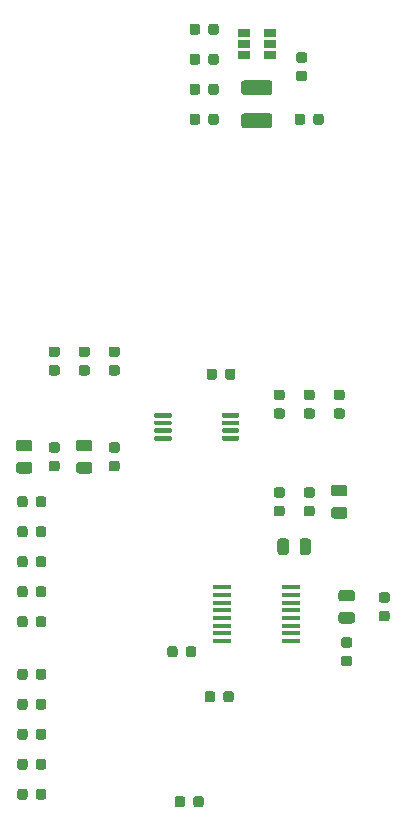
<source format=gtp>
G04 #@! TF.GenerationSoftware,KiCad,Pcbnew,(5.1.6)-1*
G04 #@! TF.CreationDate,2022-11-16T12:34:37-06:00*
G04 #@! TF.ProjectId,adc2o2,61646332-6f32-42e6-9b69-6361645f7063,rev?*
G04 #@! TF.SameCoordinates,Original*
G04 #@! TF.FileFunction,Paste,Top*
G04 #@! TF.FilePolarity,Positive*
%FSLAX46Y46*%
G04 Gerber Fmt 4.6, Leading zero omitted, Abs format (unit mm)*
G04 Created by KiCad (PCBNEW (5.1.6)-1) date 2022-11-16 12:34:37*
%MOMM*%
%LPD*%
G01*
G04 APERTURE LIST*
%ADD10R,1.500000X0.450000*%
%ADD11R,1.060000X0.650000*%
G04 APERTURE END LIST*
G36*
G01*
X103700000Y-123330000D02*
X105850000Y-123330000D01*
G75*
G02*
X106100000Y-123580000I0J-250000D01*
G01*
X106100000Y-124330000D01*
G75*
G02*
X105850000Y-124580000I-250000J0D01*
G01*
X103700000Y-124580000D01*
G75*
G02*
X103450000Y-124330000I0J250000D01*
G01*
X103450000Y-123580000D01*
G75*
G02*
X103700000Y-123330000I250000J0D01*
G01*
G37*
G36*
G01*
X103700000Y-120530000D02*
X105850000Y-120530000D01*
G75*
G02*
X106100000Y-120780000I0J-250000D01*
G01*
X106100000Y-121530000D01*
G75*
G02*
X105850000Y-121780000I-250000J0D01*
G01*
X103700000Y-121780000D01*
G75*
G02*
X103450000Y-121530000I0J250000D01*
G01*
X103450000Y-120780000D01*
G75*
G02*
X103700000Y-120530000I250000J0D01*
G01*
G37*
G36*
G01*
X106423750Y-148305000D02*
X106936250Y-148305000D01*
G75*
G02*
X107155000Y-148523750I0J-218750D01*
G01*
X107155000Y-148961250D01*
G75*
G02*
X106936250Y-149180000I-218750J0D01*
G01*
X106423750Y-149180000D01*
G75*
G02*
X106205000Y-148961250I0J218750D01*
G01*
X106205000Y-148523750D01*
G75*
G02*
X106423750Y-148305000I218750J0D01*
G01*
G37*
G36*
G01*
X106423750Y-146730000D02*
X106936250Y-146730000D01*
G75*
G02*
X107155000Y-146948750I0J-218750D01*
G01*
X107155000Y-147386250D01*
G75*
G02*
X106936250Y-147605000I-218750J0D01*
G01*
X106423750Y-147605000D01*
G75*
G02*
X106205000Y-147386250I0J218750D01*
G01*
X106205000Y-146948750D01*
G75*
G02*
X106423750Y-146730000I218750J0D01*
G01*
G37*
G36*
G01*
X101820000Y-148985000D02*
X101820000Y-148785000D01*
G75*
G02*
X101920000Y-148685000I100000J0D01*
G01*
X103195000Y-148685000D01*
G75*
G02*
X103295000Y-148785000I0J-100000D01*
G01*
X103295000Y-148985000D01*
G75*
G02*
X103195000Y-149085000I-100000J0D01*
G01*
X101920000Y-149085000D01*
G75*
G02*
X101820000Y-148985000I0J100000D01*
G01*
G37*
G36*
G01*
X101820000Y-149635000D02*
X101820000Y-149435000D01*
G75*
G02*
X101920000Y-149335000I100000J0D01*
G01*
X103195000Y-149335000D01*
G75*
G02*
X103295000Y-149435000I0J-100000D01*
G01*
X103295000Y-149635000D01*
G75*
G02*
X103195000Y-149735000I-100000J0D01*
G01*
X101920000Y-149735000D01*
G75*
G02*
X101820000Y-149635000I0J100000D01*
G01*
G37*
G36*
G01*
X101820000Y-150285000D02*
X101820000Y-150085000D01*
G75*
G02*
X101920000Y-149985000I100000J0D01*
G01*
X103195000Y-149985000D01*
G75*
G02*
X103295000Y-150085000I0J-100000D01*
G01*
X103295000Y-150285000D01*
G75*
G02*
X103195000Y-150385000I-100000J0D01*
G01*
X101920000Y-150385000D01*
G75*
G02*
X101820000Y-150285000I0J100000D01*
G01*
G37*
G36*
G01*
X101820000Y-150935000D02*
X101820000Y-150735000D01*
G75*
G02*
X101920000Y-150635000I100000J0D01*
G01*
X103195000Y-150635000D01*
G75*
G02*
X103295000Y-150735000I0J-100000D01*
G01*
X103295000Y-150935000D01*
G75*
G02*
X103195000Y-151035000I-100000J0D01*
G01*
X101920000Y-151035000D01*
G75*
G02*
X101820000Y-150935000I0J100000D01*
G01*
G37*
G36*
G01*
X96095000Y-150935000D02*
X96095000Y-150735000D01*
G75*
G02*
X96195000Y-150635000I100000J0D01*
G01*
X97470000Y-150635000D01*
G75*
G02*
X97570000Y-150735000I0J-100000D01*
G01*
X97570000Y-150935000D01*
G75*
G02*
X97470000Y-151035000I-100000J0D01*
G01*
X96195000Y-151035000D01*
G75*
G02*
X96095000Y-150935000I0J100000D01*
G01*
G37*
G36*
G01*
X96095000Y-150285000D02*
X96095000Y-150085000D01*
G75*
G02*
X96195000Y-149985000I100000J0D01*
G01*
X97470000Y-149985000D01*
G75*
G02*
X97570000Y-150085000I0J-100000D01*
G01*
X97570000Y-150285000D01*
G75*
G02*
X97470000Y-150385000I-100000J0D01*
G01*
X96195000Y-150385000D01*
G75*
G02*
X96095000Y-150285000I0J100000D01*
G01*
G37*
G36*
G01*
X96095000Y-149635000D02*
X96095000Y-149435000D01*
G75*
G02*
X96195000Y-149335000I100000J0D01*
G01*
X97470000Y-149335000D01*
G75*
G02*
X97570000Y-149435000I0J-100000D01*
G01*
X97570000Y-149635000D01*
G75*
G02*
X97470000Y-149735000I-100000J0D01*
G01*
X96195000Y-149735000D01*
G75*
G02*
X96095000Y-149635000I0J100000D01*
G01*
G37*
G36*
G01*
X96095000Y-148985000D02*
X96095000Y-148785000D01*
G75*
G02*
X96195000Y-148685000I100000J0D01*
G01*
X97470000Y-148685000D01*
G75*
G02*
X97570000Y-148785000I0J-100000D01*
G01*
X97570000Y-148985000D01*
G75*
G02*
X97470000Y-149085000I-100000J0D01*
G01*
X96195000Y-149085000D01*
G75*
G02*
X96095000Y-148985000I0J100000D01*
G01*
G37*
D10*
X107675000Y-163460000D03*
X101875000Y-163460000D03*
X107675000Y-164110000D03*
X101875000Y-164110000D03*
X107675000Y-164760000D03*
X101875000Y-164760000D03*
X107675000Y-165410000D03*
X101875000Y-165410000D03*
X107675000Y-166060000D03*
X101875000Y-166060000D03*
X107675000Y-166710000D03*
X101875000Y-166710000D03*
X107675000Y-167360000D03*
X101875000Y-167360000D03*
X107675000Y-168010000D03*
X101875000Y-168010000D03*
D11*
X103675000Y-117475000D03*
X103675000Y-118425000D03*
X103675000Y-116525000D03*
X105875000Y-116525000D03*
X105875000Y-117475000D03*
X105875000Y-118425000D03*
G36*
G01*
X111503750Y-148305000D02*
X112016250Y-148305000D01*
G75*
G02*
X112235000Y-148523750I0J-218750D01*
G01*
X112235000Y-148961250D01*
G75*
G02*
X112016250Y-149180000I-218750J0D01*
G01*
X111503750Y-149180000D01*
G75*
G02*
X111285000Y-148961250I0J218750D01*
G01*
X111285000Y-148523750D01*
G75*
G02*
X111503750Y-148305000I218750J0D01*
G01*
G37*
G36*
G01*
X111503750Y-146730000D02*
X112016250Y-146730000D01*
G75*
G02*
X112235000Y-146948750I0J-218750D01*
G01*
X112235000Y-147386250D01*
G75*
G02*
X112016250Y-147605000I-218750J0D01*
G01*
X111503750Y-147605000D01*
G75*
G02*
X111285000Y-147386250I0J218750D01*
G01*
X111285000Y-146948750D01*
G75*
G02*
X111503750Y-146730000I218750J0D01*
G01*
G37*
G36*
G01*
X108963750Y-156560000D02*
X109476250Y-156560000D01*
G75*
G02*
X109695000Y-156778750I0J-218750D01*
G01*
X109695000Y-157216250D01*
G75*
G02*
X109476250Y-157435000I-218750J0D01*
G01*
X108963750Y-157435000D01*
G75*
G02*
X108745000Y-157216250I0J218750D01*
G01*
X108745000Y-156778750D01*
G75*
G02*
X108963750Y-156560000I218750J0D01*
G01*
G37*
G36*
G01*
X108963750Y-154985000D02*
X109476250Y-154985000D01*
G75*
G02*
X109695000Y-155203750I0J-218750D01*
G01*
X109695000Y-155641250D01*
G75*
G02*
X109476250Y-155860000I-218750J0D01*
G01*
X108963750Y-155860000D01*
G75*
G02*
X108745000Y-155641250I0J218750D01*
G01*
X108745000Y-155203750D01*
G75*
G02*
X108963750Y-154985000I218750J0D01*
G01*
G37*
G36*
G01*
X106936250Y-155860000D02*
X106423750Y-155860000D01*
G75*
G02*
X106205000Y-155641250I0J218750D01*
G01*
X106205000Y-155203750D01*
G75*
G02*
X106423750Y-154985000I218750J0D01*
G01*
X106936250Y-154985000D01*
G75*
G02*
X107155000Y-155203750I0J-218750D01*
G01*
X107155000Y-155641250D01*
G75*
G02*
X106936250Y-155860000I-218750J0D01*
G01*
G37*
G36*
G01*
X106936250Y-157435000D02*
X106423750Y-157435000D01*
G75*
G02*
X106205000Y-157216250I0J218750D01*
G01*
X106205000Y-156778750D01*
G75*
G02*
X106423750Y-156560000I218750J0D01*
G01*
X106936250Y-156560000D01*
G75*
G02*
X107155000Y-156778750I0J-218750D01*
G01*
X107155000Y-157216250D01*
G75*
G02*
X106936250Y-157435000I-218750J0D01*
G01*
G37*
G36*
G01*
X92453750Y-144647500D02*
X92966250Y-144647500D01*
G75*
G02*
X93185000Y-144866250I0J-218750D01*
G01*
X93185000Y-145303750D01*
G75*
G02*
X92966250Y-145522500I-218750J0D01*
G01*
X92453750Y-145522500D01*
G75*
G02*
X92235000Y-145303750I0J218750D01*
G01*
X92235000Y-144866250D01*
G75*
G02*
X92453750Y-144647500I218750J0D01*
G01*
G37*
G36*
G01*
X92453750Y-143072500D02*
X92966250Y-143072500D01*
G75*
G02*
X93185000Y-143291250I0J-218750D01*
G01*
X93185000Y-143728750D01*
G75*
G02*
X92966250Y-143947500I-218750J0D01*
G01*
X92453750Y-143947500D01*
G75*
G02*
X92235000Y-143728750I0J218750D01*
G01*
X92235000Y-143291250D01*
G75*
G02*
X92453750Y-143072500I218750J0D01*
G01*
G37*
G36*
G01*
X87373750Y-144647500D02*
X87886250Y-144647500D01*
G75*
G02*
X88105000Y-144866250I0J-218750D01*
G01*
X88105000Y-145303750D01*
G75*
G02*
X87886250Y-145522500I-218750J0D01*
G01*
X87373750Y-145522500D01*
G75*
G02*
X87155000Y-145303750I0J218750D01*
G01*
X87155000Y-144866250D01*
G75*
G02*
X87373750Y-144647500I218750J0D01*
G01*
G37*
G36*
G01*
X87373750Y-143072500D02*
X87886250Y-143072500D01*
G75*
G02*
X88105000Y-143291250I0J-218750D01*
G01*
X88105000Y-143728750D01*
G75*
G02*
X87886250Y-143947500I-218750J0D01*
G01*
X87373750Y-143947500D01*
G75*
G02*
X87155000Y-143728750I0J218750D01*
G01*
X87155000Y-143291250D01*
G75*
G02*
X87373750Y-143072500I218750J0D01*
G01*
G37*
G36*
G01*
X87373750Y-152750000D02*
X87886250Y-152750000D01*
G75*
G02*
X88105000Y-152968750I0J-218750D01*
G01*
X88105000Y-153406250D01*
G75*
G02*
X87886250Y-153625000I-218750J0D01*
G01*
X87373750Y-153625000D01*
G75*
G02*
X87155000Y-153406250I0J218750D01*
G01*
X87155000Y-152968750D01*
G75*
G02*
X87373750Y-152750000I218750J0D01*
G01*
G37*
G36*
G01*
X87373750Y-151175000D02*
X87886250Y-151175000D01*
G75*
G02*
X88105000Y-151393750I0J-218750D01*
G01*
X88105000Y-151831250D01*
G75*
G02*
X87886250Y-152050000I-218750J0D01*
G01*
X87373750Y-152050000D01*
G75*
G02*
X87155000Y-151831250I0J218750D01*
G01*
X87155000Y-151393750D01*
G75*
G02*
X87373750Y-151175000I218750J0D01*
G01*
G37*
G36*
G01*
X92453750Y-152750000D02*
X92966250Y-152750000D01*
G75*
G02*
X93185000Y-152968750I0J-218750D01*
G01*
X93185000Y-153406250D01*
G75*
G02*
X92966250Y-153625000I-218750J0D01*
G01*
X92453750Y-153625000D01*
G75*
G02*
X92235000Y-153406250I0J218750D01*
G01*
X92235000Y-152968750D01*
G75*
G02*
X92453750Y-152750000I218750J0D01*
G01*
G37*
G36*
G01*
X92453750Y-151175000D02*
X92966250Y-151175000D01*
G75*
G02*
X93185000Y-151393750I0J-218750D01*
G01*
X93185000Y-151831250D01*
G75*
G02*
X92966250Y-152050000I-218750J0D01*
G01*
X92453750Y-152050000D01*
G75*
G02*
X92235000Y-151831250I0J218750D01*
G01*
X92235000Y-151393750D01*
G75*
G02*
X92453750Y-151175000I218750J0D01*
G01*
G37*
G36*
G01*
X86075000Y-161546250D02*
X86075000Y-161033750D01*
G75*
G02*
X86293750Y-160815000I218750J0D01*
G01*
X86731250Y-160815000D01*
G75*
G02*
X86950000Y-161033750I0J-218750D01*
G01*
X86950000Y-161546250D01*
G75*
G02*
X86731250Y-161765000I-218750J0D01*
G01*
X86293750Y-161765000D01*
G75*
G02*
X86075000Y-161546250I0J218750D01*
G01*
G37*
G36*
G01*
X84500000Y-161546250D02*
X84500000Y-161033750D01*
G75*
G02*
X84718750Y-160815000I218750J0D01*
G01*
X85156250Y-160815000D01*
G75*
G02*
X85375000Y-161033750I0J-218750D01*
G01*
X85375000Y-161546250D01*
G75*
G02*
X85156250Y-161765000I-218750J0D01*
G01*
X84718750Y-161765000D01*
G75*
G02*
X84500000Y-161546250I0J218750D01*
G01*
G37*
G36*
G01*
X86075000Y-164086250D02*
X86075000Y-163573750D01*
G75*
G02*
X86293750Y-163355000I218750J0D01*
G01*
X86731250Y-163355000D01*
G75*
G02*
X86950000Y-163573750I0J-218750D01*
G01*
X86950000Y-164086250D01*
G75*
G02*
X86731250Y-164305000I-218750J0D01*
G01*
X86293750Y-164305000D01*
G75*
G02*
X86075000Y-164086250I0J218750D01*
G01*
G37*
G36*
G01*
X84500000Y-164086250D02*
X84500000Y-163573750D01*
G75*
G02*
X84718750Y-163355000I218750J0D01*
G01*
X85156250Y-163355000D01*
G75*
G02*
X85375000Y-163573750I0J-218750D01*
G01*
X85375000Y-164086250D01*
G75*
G02*
X85156250Y-164305000I-218750J0D01*
G01*
X84718750Y-164305000D01*
G75*
G02*
X84500000Y-164086250I0J218750D01*
G01*
G37*
G36*
G01*
X112138750Y-169260000D02*
X112651250Y-169260000D01*
G75*
G02*
X112870000Y-169478750I0J-218750D01*
G01*
X112870000Y-169916250D01*
G75*
G02*
X112651250Y-170135000I-218750J0D01*
G01*
X112138750Y-170135000D01*
G75*
G02*
X111920000Y-169916250I0J218750D01*
G01*
X111920000Y-169478750D01*
G75*
G02*
X112138750Y-169260000I218750J0D01*
G01*
G37*
G36*
G01*
X112138750Y-167685000D02*
X112651250Y-167685000D01*
G75*
G02*
X112870000Y-167903750I0J-218750D01*
G01*
X112870000Y-168341250D01*
G75*
G02*
X112651250Y-168560000I-218750J0D01*
G01*
X112138750Y-168560000D01*
G75*
G02*
X111920000Y-168341250I0J218750D01*
G01*
X111920000Y-167903750D01*
G75*
G02*
X112138750Y-167685000I218750J0D01*
G01*
G37*
G36*
G01*
X98775000Y-169166250D02*
X98775000Y-168653750D01*
G75*
G02*
X98993750Y-168435000I218750J0D01*
G01*
X99431250Y-168435000D01*
G75*
G02*
X99650000Y-168653750I0J-218750D01*
G01*
X99650000Y-169166250D01*
G75*
G02*
X99431250Y-169385000I-218750J0D01*
G01*
X98993750Y-169385000D01*
G75*
G02*
X98775000Y-169166250I0J218750D01*
G01*
G37*
G36*
G01*
X97200000Y-169166250D02*
X97200000Y-168653750D01*
G75*
G02*
X97418750Y-168435000I218750J0D01*
G01*
X97856250Y-168435000D01*
G75*
G02*
X98075000Y-168653750I0J-218750D01*
G01*
X98075000Y-169166250D01*
G75*
G02*
X97856250Y-169385000I-218750J0D01*
G01*
X97418750Y-169385000D01*
G75*
G02*
X97200000Y-169166250I0J218750D01*
G01*
G37*
G36*
G01*
X101950000Y-172976250D02*
X101950000Y-172463750D01*
G75*
G02*
X102168750Y-172245000I218750J0D01*
G01*
X102606250Y-172245000D01*
G75*
G02*
X102825000Y-172463750I0J-218750D01*
G01*
X102825000Y-172976250D01*
G75*
G02*
X102606250Y-173195000I-218750J0D01*
G01*
X102168750Y-173195000D01*
G75*
G02*
X101950000Y-172976250I0J218750D01*
G01*
G37*
G36*
G01*
X100375000Y-172976250D02*
X100375000Y-172463750D01*
G75*
G02*
X100593750Y-172245000I218750J0D01*
G01*
X101031250Y-172245000D01*
G75*
G02*
X101250000Y-172463750I0J-218750D01*
G01*
X101250000Y-172976250D01*
G75*
G02*
X101031250Y-173195000I-218750J0D01*
G01*
X100593750Y-173195000D01*
G75*
G02*
X100375000Y-172976250I0J218750D01*
G01*
G37*
G36*
G01*
X86075000Y-176151250D02*
X86075000Y-175638750D01*
G75*
G02*
X86293750Y-175420000I218750J0D01*
G01*
X86731250Y-175420000D01*
G75*
G02*
X86950000Y-175638750I0J-218750D01*
G01*
X86950000Y-176151250D01*
G75*
G02*
X86731250Y-176370000I-218750J0D01*
G01*
X86293750Y-176370000D01*
G75*
G02*
X86075000Y-176151250I0J218750D01*
G01*
G37*
G36*
G01*
X84500000Y-176151250D02*
X84500000Y-175638750D01*
G75*
G02*
X84718750Y-175420000I218750J0D01*
G01*
X85156250Y-175420000D01*
G75*
G02*
X85375000Y-175638750I0J-218750D01*
G01*
X85375000Y-176151250D01*
G75*
G02*
X85156250Y-176370000I-218750J0D01*
G01*
X84718750Y-176370000D01*
G75*
G02*
X84500000Y-176151250I0J218750D01*
G01*
G37*
G36*
G01*
X86075000Y-178691250D02*
X86075000Y-178178750D01*
G75*
G02*
X86293750Y-177960000I218750J0D01*
G01*
X86731250Y-177960000D01*
G75*
G02*
X86950000Y-178178750I0J-218750D01*
G01*
X86950000Y-178691250D01*
G75*
G02*
X86731250Y-178910000I-218750J0D01*
G01*
X86293750Y-178910000D01*
G75*
G02*
X86075000Y-178691250I0J218750D01*
G01*
G37*
G36*
G01*
X84500000Y-178691250D02*
X84500000Y-178178750D01*
G75*
G02*
X84718750Y-177960000I218750J0D01*
G01*
X85156250Y-177960000D01*
G75*
G02*
X85375000Y-178178750I0J-218750D01*
G01*
X85375000Y-178691250D01*
G75*
G02*
X85156250Y-178910000I-218750J0D01*
G01*
X84718750Y-178910000D01*
G75*
G02*
X84500000Y-178691250I0J218750D01*
G01*
G37*
G36*
G01*
X100680000Y-116461250D02*
X100680000Y-115948750D01*
G75*
G02*
X100898750Y-115730000I218750J0D01*
G01*
X101336250Y-115730000D01*
G75*
G02*
X101555000Y-115948750I0J-218750D01*
G01*
X101555000Y-116461250D01*
G75*
G02*
X101336250Y-116680000I-218750J0D01*
G01*
X100898750Y-116680000D01*
G75*
G02*
X100680000Y-116461250I0J218750D01*
G01*
G37*
G36*
G01*
X99105000Y-116461250D02*
X99105000Y-115948750D01*
G75*
G02*
X99323750Y-115730000I218750J0D01*
G01*
X99761250Y-115730000D01*
G75*
G02*
X99980000Y-115948750I0J-218750D01*
G01*
X99980000Y-116461250D01*
G75*
G02*
X99761250Y-116680000I-218750J0D01*
G01*
X99323750Y-116680000D01*
G75*
G02*
X99105000Y-116461250I0J218750D01*
G01*
G37*
G36*
G01*
X109476250Y-147605000D02*
X108963750Y-147605000D01*
G75*
G02*
X108745000Y-147386250I0J218750D01*
G01*
X108745000Y-146948750D01*
G75*
G02*
X108963750Y-146730000I218750J0D01*
G01*
X109476250Y-146730000D01*
G75*
G02*
X109695000Y-146948750I0J-218750D01*
G01*
X109695000Y-147386250D01*
G75*
G02*
X109476250Y-147605000I-218750J0D01*
G01*
G37*
G36*
G01*
X109476250Y-149180000D02*
X108963750Y-149180000D01*
G75*
G02*
X108745000Y-148961250I0J218750D01*
G01*
X108745000Y-148523750D01*
G75*
G02*
X108963750Y-148305000I218750J0D01*
G01*
X109476250Y-148305000D01*
G75*
G02*
X109695000Y-148523750I0J-218750D01*
G01*
X109695000Y-148961250D01*
G75*
G02*
X109476250Y-149180000I-218750J0D01*
G01*
G37*
G36*
G01*
X89913750Y-144647500D02*
X90426250Y-144647500D01*
G75*
G02*
X90645000Y-144866250I0J-218750D01*
G01*
X90645000Y-145303750D01*
G75*
G02*
X90426250Y-145522500I-218750J0D01*
G01*
X89913750Y-145522500D01*
G75*
G02*
X89695000Y-145303750I0J218750D01*
G01*
X89695000Y-144866250D01*
G75*
G02*
X89913750Y-144647500I218750J0D01*
G01*
G37*
G36*
G01*
X89913750Y-143072500D02*
X90426250Y-143072500D01*
G75*
G02*
X90645000Y-143291250I0J-218750D01*
G01*
X90645000Y-143728750D01*
G75*
G02*
X90426250Y-143947500I-218750J0D01*
G01*
X89913750Y-143947500D01*
G75*
G02*
X89695000Y-143728750I0J218750D01*
G01*
X89695000Y-143291250D01*
G75*
G02*
X89913750Y-143072500I218750J0D01*
G01*
G37*
G36*
G01*
X85375000Y-155953750D02*
X85375000Y-156466250D01*
G75*
G02*
X85156250Y-156685000I-218750J0D01*
G01*
X84718750Y-156685000D01*
G75*
G02*
X84500000Y-156466250I0J218750D01*
G01*
X84500000Y-155953750D01*
G75*
G02*
X84718750Y-155735000I218750J0D01*
G01*
X85156250Y-155735000D01*
G75*
G02*
X85375000Y-155953750I0J-218750D01*
G01*
G37*
G36*
G01*
X86950000Y-155953750D02*
X86950000Y-156466250D01*
G75*
G02*
X86731250Y-156685000I-218750J0D01*
G01*
X86293750Y-156685000D01*
G75*
G02*
X86075000Y-156466250I0J218750D01*
G01*
X86075000Y-155953750D01*
G75*
G02*
X86293750Y-155735000I218750J0D01*
G01*
X86731250Y-155735000D01*
G75*
G02*
X86950000Y-155953750I0J-218750D01*
G01*
G37*
G36*
G01*
X85375000Y-170558750D02*
X85375000Y-171071250D01*
G75*
G02*
X85156250Y-171290000I-218750J0D01*
G01*
X84718750Y-171290000D01*
G75*
G02*
X84500000Y-171071250I0J218750D01*
G01*
X84500000Y-170558750D01*
G75*
G02*
X84718750Y-170340000I218750J0D01*
G01*
X85156250Y-170340000D01*
G75*
G02*
X85375000Y-170558750I0J-218750D01*
G01*
G37*
G36*
G01*
X86950000Y-170558750D02*
X86950000Y-171071250D01*
G75*
G02*
X86731250Y-171290000I-218750J0D01*
G01*
X86293750Y-171290000D01*
G75*
G02*
X86075000Y-171071250I0J218750D01*
G01*
X86075000Y-170558750D01*
G75*
G02*
X86293750Y-170340000I218750J0D01*
G01*
X86731250Y-170340000D01*
G75*
G02*
X86950000Y-170558750I0J-218750D01*
G01*
G37*
G36*
G01*
X99980000Y-123568750D02*
X99980000Y-124081250D01*
G75*
G02*
X99761250Y-124300000I-218750J0D01*
G01*
X99323750Y-124300000D01*
G75*
G02*
X99105000Y-124081250I0J218750D01*
G01*
X99105000Y-123568750D01*
G75*
G02*
X99323750Y-123350000I218750J0D01*
G01*
X99761250Y-123350000D01*
G75*
G02*
X99980000Y-123568750I0J-218750D01*
G01*
G37*
G36*
G01*
X101555000Y-123568750D02*
X101555000Y-124081250D01*
G75*
G02*
X101336250Y-124300000I-218750J0D01*
G01*
X100898750Y-124300000D01*
G75*
G02*
X100680000Y-124081250I0J218750D01*
G01*
X100680000Y-123568750D01*
G75*
G02*
X100898750Y-123350000I218750J0D01*
G01*
X101336250Y-123350000D01*
G75*
G02*
X101555000Y-123568750I0J-218750D01*
G01*
G37*
G36*
G01*
X99980000Y-121028750D02*
X99980000Y-121541250D01*
G75*
G02*
X99761250Y-121760000I-218750J0D01*
G01*
X99323750Y-121760000D01*
G75*
G02*
X99105000Y-121541250I0J218750D01*
G01*
X99105000Y-121028750D01*
G75*
G02*
X99323750Y-120810000I218750J0D01*
G01*
X99761250Y-120810000D01*
G75*
G02*
X99980000Y-121028750I0J-218750D01*
G01*
G37*
G36*
G01*
X101555000Y-121028750D02*
X101555000Y-121541250D01*
G75*
G02*
X101336250Y-121760000I-218750J0D01*
G01*
X100898750Y-121760000D01*
G75*
G02*
X100680000Y-121541250I0J218750D01*
G01*
X100680000Y-121028750D01*
G75*
G02*
X100898750Y-120810000I218750J0D01*
G01*
X101336250Y-120810000D01*
G75*
G02*
X101555000Y-121028750I0J-218750D01*
G01*
G37*
G36*
G01*
X112216250Y-155760000D02*
X111303750Y-155760000D01*
G75*
G02*
X111060000Y-155516250I0J243750D01*
G01*
X111060000Y-155028750D01*
G75*
G02*
X111303750Y-154785000I243750J0D01*
G01*
X112216250Y-154785000D01*
G75*
G02*
X112460000Y-155028750I0J-243750D01*
G01*
X112460000Y-155516250D01*
G75*
G02*
X112216250Y-155760000I-243750J0D01*
G01*
G37*
G36*
G01*
X112216250Y-157635000D02*
X111303750Y-157635000D01*
G75*
G02*
X111060000Y-157391250I0J243750D01*
G01*
X111060000Y-156903750D01*
G75*
G02*
X111303750Y-156660000I243750J0D01*
G01*
X112216250Y-156660000D01*
G75*
G02*
X112460000Y-156903750I0J-243750D01*
G01*
X112460000Y-157391250D01*
G75*
G02*
X112216250Y-157635000I-243750J0D01*
G01*
G37*
G36*
G01*
X107500000Y-159563750D02*
X107500000Y-160476250D01*
G75*
G02*
X107256250Y-160720000I-243750J0D01*
G01*
X106768750Y-160720000D01*
G75*
G02*
X106525000Y-160476250I0J243750D01*
G01*
X106525000Y-159563750D01*
G75*
G02*
X106768750Y-159320000I243750J0D01*
G01*
X107256250Y-159320000D01*
G75*
G02*
X107500000Y-159563750I0J-243750D01*
G01*
G37*
G36*
G01*
X109375000Y-159563750D02*
X109375000Y-160476250D01*
G75*
G02*
X109131250Y-160720000I-243750J0D01*
G01*
X108643750Y-160720000D01*
G75*
G02*
X108400000Y-160476250I0J243750D01*
G01*
X108400000Y-159563750D01*
G75*
G02*
X108643750Y-159320000I243750J0D01*
G01*
X109131250Y-159320000D01*
G75*
G02*
X109375000Y-159563750I0J-243750D01*
G01*
G37*
G36*
G01*
X101402500Y-145158750D02*
X101402500Y-145671250D01*
G75*
G02*
X101183750Y-145890000I-218750J0D01*
G01*
X100746250Y-145890000D01*
G75*
G02*
X100527500Y-145671250I0J218750D01*
G01*
X100527500Y-145158750D01*
G75*
G02*
X100746250Y-144940000I218750J0D01*
G01*
X101183750Y-144940000D01*
G75*
G02*
X101402500Y-145158750I0J-218750D01*
G01*
G37*
G36*
G01*
X102977500Y-145158750D02*
X102977500Y-145671250D01*
G75*
G02*
X102758750Y-145890000I-218750J0D01*
G01*
X102321250Y-145890000D01*
G75*
G02*
X102102500Y-145671250I0J218750D01*
G01*
X102102500Y-145158750D01*
G75*
G02*
X102321250Y-144940000I218750J0D01*
G01*
X102758750Y-144940000D01*
G75*
G02*
X102977500Y-145158750I0J-218750D01*
G01*
G37*
G36*
G01*
X85546250Y-151950000D02*
X84633750Y-151950000D01*
G75*
G02*
X84390000Y-151706250I0J243750D01*
G01*
X84390000Y-151218750D01*
G75*
G02*
X84633750Y-150975000I243750J0D01*
G01*
X85546250Y-150975000D01*
G75*
G02*
X85790000Y-151218750I0J-243750D01*
G01*
X85790000Y-151706250D01*
G75*
G02*
X85546250Y-151950000I-243750J0D01*
G01*
G37*
G36*
G01*
X85546250Y-153825000D02*
X84633750Y-153825000D01*
G75*
G02*
X84390000Y-153581250I0J243750D01*
G01*
X84390000Y-153093750D01*
G75*
G02*
X84633750Y-152850000I243750J0D01*
G01*
X85546250Y-152850000D01*
G75*
G02*
X85790000Y-153093750I0J-243750D01*
G01*
X85790000Y-153581250D01*
G75*
G02*
X85546250Y-153825000I-243750J0D01*
G01*
G37*
G36*
G01*
X90626250Y-151950000D02*
X89713750Y-151950000D01*
G75*
G02*
X89470000Y-151706250I0J243750D01*
G01*
X89470000Y-151218750D01*
G75*
G02*
X89713750Y-150975000I243750J0D01*
G01*
X90626250Y-150975000D01*
G75*
G02*
X90870000Y-151218750I0J-243750D01*
G01*
X90870000Y-151706250D01*
G75*
G02*
X90626250Y-151950000I-243750J0D01*
G01*
G37*
G36*
G01*
X90626250Y-153825000D02*
X89713750Y-153825000D01*
G75*
G02*
X89470000Y-153581250I0J243750D01*
G01*
X89470000Y-153093750D01*
G75*
G02*
X89713750Y-152850000I243750J0D01*
G01*
X90626250Y-152850000D01*
G75*
G02*
X90870000Y-153093750I0J-243750D01*
G01*
X90870000Y-153581250D01*
G75*
G02*
X90626250Y-153825000I-243750J0D01*
G01*
G37*
G36*
G01*
X86075000Y-166626250D02*
X86075000Y-166113750D01*
G75*
G02*
X86293750Y-165895000I218750J0D01*
G01*
X86731250Y-165895000D01*
G75*
G02*
X86950000Y-166113750I0J-218750D01*
G01*
X86950000Y-166626250D01*
G75*
G02*
X86731250Y-166845000I-218750J0D01*
G01*
X86293750Y-166845000D01*
G75*
G02*
X86075000Y-166626250I0J218750D01*
G01*
G37*
G36*
G01*
X84500000Y-166626250D02*
X84500000Y-166113750D01*
G75*
G02*
X84718750Y-165895000I218750J0D01*
G01*
X85156250Y-165895000D01*
G75*
G02*
X85375000Y-166113750I0J-218750D01*
G01*
X85375000Y-166626250D01*
G75*
G02*
X85156250Y-166845000I-218750J0D01*
G01*
X84718750Y-166845000D01*
G75*
G02*
X84500000Y-166626250I0J218750D01*
G01*
G37*
G36*
G01*
X85375000Y-158493750D02*
X85375000Y-159006250D01*
G75*
G02*
X85156250Y-159225000I-218750J0D01*
G01*
X84718750Y-159225000D01*
G75*
G02*
X84500000Y-159006250I0J218750D01*
G01*
X84500000Y-158493750D01*
G75*
G02*
X84718750Y-158275000I218750J0D01*
G01*
X85156250Y-158275000D01*
G75*
G02*
X85375000Y-158493750I0J-218750D01*
G01*
G37*
G36*
G01*
X86950000Y-158493750D02*
X86950000Y-159006250D01*
G75*
G02*
X86731250Y-159225000I-218750J0D01*
G01*
X86293750Y-159225000D01*
G75*
G02*
X86075000Y-159006250I0J218750D01*
G01*
X86075000Y-158493750D01*
G75*
G02*
X86293750Y-158275000I218750J0D01*
G01*
X86731250Y-158275000D01*
G75*
G02*
X86950000Y-158493750I0J-218750D01*
G01*
G37*
G36*
G01*
X99410000Y-181866250D02*
X99410000Y-181353750D01*
G75*
G02*
X99628750Y-181135000I218750J0D01*
G01*
X100066250Y-181135000D01*
G75*
G02*
X100285000Y-181353750I0J-218750D01*
G01*
X100285000Y-181866250D01*
G75*
G02*
X100066250Y-182085000I-218750J0D01*
G01*
X99628750Y-182085000D01*
G75*
G02*
X99410000Y-181866250I0J218750D01*
G01*
G37*
G36*
G01*
X97835000Y-181866250D02*
X97835000Y-181353750D01*
G75*
G02*
X98053750Y-181135000I218750J0D01*
G01*
X98491250Y-181135000D01*
G75*
G02*
X98710000Y-181353750I0J-218750D01*
G01*
X98710000Y-181866250D01*
G75*
G02*
X98491250Y-182085000I-218750J0D01*
G01*
X98053750Y-182085000D01*
G75*
G02*
X97835000Y-181866250I0J218750D01*
G01*
G37*
G36*
G01*
X115826250Y-164750000D02*
X115313750Y-164750000D01*
G75*
G02*
X115095000Y-164531250I0J218750D01*
G01*
X115095000Y-164093750D01*
G75*
G02*
X115313750Y-163875000I218750J0D01*
G01*
X115826250Y-163875000D01*
G75*
G02*
X116045000Y-164093750I0J-218750D01*
G01*
X116045000Y-164531250D01*
G75*
G02*
X115826250Y-164750000I-218750J0D01*
G01*
G37*
G36*
G01*
X115826250Y-166325000D02*
X115313750Y-166325000D01*
G75*
G02*
X115095000Y-166106250I0J218750D01*
G01*
X115095000Y-165668750D01*
G75*
G02*
X115313750Y-165450000I218750J0D01*
G01*
X115826250Y-165450000D01*
G75*
G02*
X116045000Y-165668750I0J-218750D01*
G01*
X116045000Y-166106250D01*
G75*
G02*
X115826250Y-166325000I-218750J0D01*
G01*
G37*
G36*
G01*
X112851250Y-164650000D02*
X111938750Y-164650000D01*
G75*
G02*
X111695000Y-164406250I0J243750D01*
G01*
X111695000Y-163918750D01*
G75*
G02*
X111938750Y-163675000I243750J0D01*
G01*
X112851250Y-163675000D01*
G75*
G02*
X113095000Y-163918750I0J-243750D01*
G01*
X113095000Y-164406250D01*
G75*
G02*
X112851250Y-164650000I-243750J0D01*
G01*
G37*
G36*
G01*
X112851250Y-166525000D02*
X111938750Y-166525000D01*
G75*
G02*
X111695000Y-166281250I0J243750D01*
G01*
X111695000Y-165793750D01*
G75*
G02*
X111938750Y-165550000I243750J0D01*
G01*
X112851250Y-165550000D01*
G75*
G02*
X113095000Y-165793750I0J-243750D01*
G01*
X113095000Y-166281250D01*
G75*
G02*
X112851250Y-166525000I-243750J0D01*
G01*
G37*
G36*
G01*
X86075000Y-181231250D02*
X86075000Y-180718750D01*
G75*
G02*
X86293750Y-180500000I218750J0D01*
G01*
X86731250Y-180500000D01*
G75*
G02*
X86950000Y-180718750I0J-218750D01*
G01*
X86950000Y-181231250D01*
G75*
G02*
X86731250Y-181450000I-218750J0D01*
G01*
X86293750Y-181450000D01*
G75*
G02*
X86075000Y-181231250I0J218750D01*
G01*
G37*
G36*
G01*
X84500000Y-181231250D02*
X84500000Y-180718750D01*
G75*
G02*
X84718750Y-180500000I218750J0D01*
G01*
X85156250Y-180500000D01*
G75*
G02*
X85375000Y-180718750I0J-218750D01*
G01*
X85375000Y-181231250D01*
G75*
G02*
X85156250Y-181450000I-218750J0D01*
G01*
X84718750Y-181450000D01*
G75*
G02*
X84500000Y-181231250I0J218750D01*
G01*
G37*
G36*
G01*
X85375000Y-173098750D02*
X85375000Y-173611250D01*
G75*
G02*
X85156250Y-173830000I-218750J0D01*
G01*
X84718750Y-173830000D01*
G75*
G02*
X84500000Y-173611250I0J218750D01*
G01*
X84500000Y-173098750D01*
G75*
G02*
X84718750Y-172880000I218750J0D01*
G01*
X85156250Y-172880000D01*
G75*
G02*
X85375000Y-173098750I0J-218750D01*
G01*
G37*
G36*
G01*
X86950000Y-173098750D02*
X86950000Y-173611250D01*
G75*
G02*
X86731250Y-173830000I-218750J0D01*
G01*
X86293750Y-173830000D01*
G75*
G02*
X86075000Y-173611250I0J218750D01*
G01*
X86075000Y-173098750D01*
G75*
G02*
X86293750Y-172880000I218750J0D01*
G01*
X86731250Y-172880000D01*
G75*
G02*
X86950000Y-173098750I0J-218750D01*
G01*
G37*
G36*
G01*
X109570000Y-124081250D02*
X109570000Y-123568750D01*
G75*
G02*
X109788750Y-123350000I218750J0D01*
G01*
X110226250Y-123350000D01*
G75*
G02*
X110445000Y-123568750I0J-218750D01*
G01*
X110445000Y-124081250D01*
G75*
G02*
X110226250Y-124300000I-218750J0D01*
G01*
X109788750Y-124300000D01*
G75*
G02*
X109570000Y-124081250I0J218750D01*
G01*
G37*
G36*
G01*
X107995000Y-124081250D02*
X107995000Y-123568750D01*
G75*
G02*
X108213750Y-123350000I218750J0D01*
G01*
X108651250Y-123350000D01*
G75*
G02*
X108870000Y-123568750I0J-218750D01*
G01*
X108870000Y-124081250D01*
G75*
G02*
X108651250Y-124300000I-218750J0D01*
G01*
X108213750Y-124300000D01*
G75*
G02*
X107995000Y-124081250I0J218750D01*
G01*
G37*
G36*
G01*
X99980000Y-118488750D02*
X99980000Y-119001250D01*
G75*
G02*
X99761250Y-119220000I-218750J0D01*
G01*
X99323750Y-119220000D01*
G75*
G02*
X99105000Y-119001250I0J218750D01*
G01*
X99105000Y-118488750D01*
G75*
G02*
X99323750Y-118270000I218750J0D01*
G01*
X99761250Y-118270000D01*
G75*
G02*
X99980000Y-118488750I0J-218750D01*
G01*
G37*
G36*
G01*
X101555000Y-118488750D02*
X101555000Y-119001250D01*
G75*
G02*
X101336250Y-119220000I-218750J0D01*
G01*
X100898750Y-119220000D01*
G75*
G02*
X100680000Y-119001250I0J218750D01*
G01*
X100680000Y-118488750D01*
G75*
G02*
X100898750Y-118270000I218750J0D01*
G01*
X101336250Y-118270000D01*
G75*
G02*
X101555000Y-118488750I0J-218750D01*
G01*
G37*
G36*
G01*
X108328750Y-119730000D02*
X108841250Y-119730000D01*
G75*
G02*
X109060000Y-119948750I0J-218750D01*
G01*
X109060000Y-120386250D01*
G75*
G02*
X108841250Y-120605000I-218750J0D01*
G01*
X108328750Y-120605000D01*
G75*
G02*
X108110000Y-120386250I0J218750D01*
G01*
X108110000Y-119948750D01*
G75*
G02*
X108328750Y-119730000I218750J0D01*
G01*
G37*
G36*
G01*
X108328750Y-118155000D02*
X108841250Y-118155000D01*
G75*
G02*
X109060000Y-118373750I0J-218750D01*
G01*
X109060000Y-118811250D01*
G75*
G02*
X108841250Y-119030000I-218750J0D01*
G01*
X108328750Y-119030000D01*
G75*
G02*
X108110000Y-118811250I0J218750D01*
G01*
X108110000Y-118373750D01*
G75*
G02*
X108328750Y-118155000I218750J0D01*
G01*
G37*
M02*

</source>
